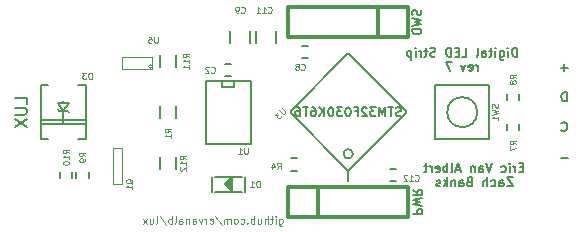
<source format=gbo>
G04 #@! TF.FileFunction,Legend,Bot*
%FSLAX46Y46*%
G04 Gerber Fmt 4.6, Leading zero omitted, Abs format (unit mm)*
G04 Created by KiCad (PCBNEW 4.0.2+dfsg1-stable) date Mon 23 May 2016 01:08:44 AM EDT*
%MOMM*%
G01*
G04 APERTURE LIST*
%ADD10C,0.150000*%
%ADD11C,0.127000*%
%ADD12C,0.200000*%
%ADD13C,0.130000*%
%ADD14C,0.076200*%
%ADD15C,0.078740*%
%ADD16C,0.304800*%
%ADD17C,0.203200*%
%ADD18C,0.119380*%
G04 APERTURE END LIST*
D10*
D11*
X113743619Y-116138476D02*
X113743619Y-115654667D01*
X112727619Y-115654667D01*
X112727619Y-116477143D02*
X113550095Y-116477143D01*
X113646857Y-116525524D01*
X113695238Y-116573905D01*
X113743619Y-116670667D01*
X113743619Y-116864190D01*
X113695238Y-116960952D01*
X113646857Y-117009333D01*
X113550095Y-117057714D01*
X112727619Y-117057714D01*
X112727619Y-117444762D02*
X113743619Y-118122095D01*
X112727619Y-118122095D02*
X113743619Y-117444762D01*
D12*
X140970000Y-121666000D02*
X140970000Y-122682000D01*
D13*
X155248428Y-112141314D02*
X155248428Y-111379314D01*
X155067000Y-111379314D01*
X154958143Y-111415600D01*
X154885571Y-111488171D01*
X154849286Y-111560743D01*
X154813000Y-111705886D01*
X154813000Y-111814743D01*
X154849286Y-111959886D01*
X154885571Y-112032457D01*
X154958143Y-112105029D01*
X155067000Y-112141314D01*
X155248428Y-112141314D01*
X154486428Y-112141314D02*
X154486428Y-111633314D01*
X154486428Y-111379314D02*
X154522714Y-111415600D01*
X154486428Y-111451886D01*
X154450143Y-111415600D01*
X154486428Y-111379314D01*
X154486428Y-111451886D01*
X153797000Y-111633314D02*
X153797000Y-112250171D01*
X153833286Y-112322743D01*
X153869571Y-112359029D01*
X153942143Y-112395314D01*
X154051000Y-112395314D01*
X154123571Y-112359029D01*
X153797000Y-112105029D02*
X153869571Y-112141314D01*
X154014714Y-112141314D01*
X154087286Y-112105029D01*
X154123571Y-112068743D01*
X154159857Y-111996171D01*
X154159857Y-111778457D01*
X154123571Y-111705886D01*
X154087286Y-111669600D01*
X154014714Y-111633314D01*
X153869571Y-111633314D01*
X153797000Y-111669600D01*
X153434142Y-112141314D02*
X153434142Y-111633314D01*
X153434142Y-111379314D02*
X153470428Y-111415600D01*
X153434142Y-111451886D01*
X153397857Y-111415600D01*
X153434142Y-111379314D01*
X153434142Y-111451886D01*
X153180143Y-111633314D02*
X152889857Y-111633314D01*
X153071285Y-111379314D02*
X153071285Y-112032457D01*
X153035000Y-112105029D01*
X152962428Y-112141314D01*
X152889857Y-112141314D01*
X152309285Y-112141314D02*
X152309285Y-111742171D01*
X152345571Y-111669600D01*
X152418142Y-111633314D01*
X152563285Y-111633314D01*
X152635856Y-111669600D01*
X152309285Y-112105029D02*
X152381856Y-112141314D01*
X152563285Y-112141314D01*
X152635856Y-112105029D01*
X152672142Y-112032457D01*
X152672142Y-111959886D01*
X152635856Y-111887314D01*
X152563285Y-111851029D01*
X152381856Y-111851029D01*
X152309285Y-111814743D01*
X151837570Y-112141314D02*
X151910142Y-112105029D01*
X151946427Y-112032457D01*
X151946427Y-111379314D01*
X150603856Y-112141314D02*
X150966713Y-112141314D01*
X150966713Y-111379314D01*
X150349856Y-111742171D02*
X150095856Y-111742171D01*
X149986999Y-112141314D02*
X150349856Y-112141314D01*
X150349856Y-111379314D01*
X149986999Y-111379314D01*
X149660427Y-112141314D02*
X149660427Y-111379314D01*
X149478999Y-111379314D01*
X149370142Y-111415600D01*
X149297570Y-111488171D01*
X149261285Y-111560743D01*
X149224999Y-111705886D01*
X149224999Y-111814743D01*
X149261285Y-111959886D01*
X149297570Y-112032457D01*
X149370142Y-112105029D01*
X149478999Y-112141314D01*
X149660427Y-112141314D01*
X148354142Y-112105029D02*
X148245285Y-112141314D01*
X148063856Y-112141314D01*
X147991285Y-112105029D01*
X147954999Y-112068743D01*
X147918714Y-111996171D01*
X147918714Y-111923600D01*
X147954999Y-111851029D01*
X147991285Y-111814743D01*
X148063856Y-111778457D01*
X148208999Y-111742171D01*
X148281571Y-111705886D01*
X148317856Y-111669600D01*
X148354142Y-111597029D01*
X148354142Y-111524457D01*
X148317856Y-111451886D01*
X148281571Y-111415600D01*
X148208999Y-111379314D01*
X148027571Y-111379314D01*
X147918714Y-111415600D01*
X147701000Y-111633314D02*
X147410714Y-111633314D01*
X147592142Y-111379314D02*
X147592142Y-112032457D01*
X147555857Y-112105029D01*
X147483285Y-112141314D01*
X147410714Y-112141314D01*
X147156713Y-112141314D02*
X147156713Y-111633314D01*
X147156713Y-111778457D02*
X147120428Y-111705886D01*
X147084142Y-111669600D01*
X147011571Y-111633314D01*
X146938999Y-111633314D01*
X146684999Y-112141314D02*
X146684999Y-111633314D01*
X146684999Y-111379314D02*
X146721285Y-111415600D01*
X146684999Y-111451886D01*
X146648714Y-111415600D01*
X146684999Y-111379314D01*
X146684999Y-111451886D01*
X146322142Y-111633314D02*
X146322142Y-112395314D01*
X146322142Y-111669600D02*
X146249571Y-111633314D01*
X146104428Y-111633314D01*
X146031857Y-111669600D01*
X145995571Y-111705886D01*
X145959285Y-111778457D01*
X145959285Y-111996171D01*
X145995571Y-112068743D01*
X146031857Y-112105029D01*
X146104428Y-112141314D01*
X146249571Y-112141314D01*
X146322142Y-112105029D01*
X151946427Y-113338114D02*
X151946427Y-112830114D01*
X151946427Y-112975257D02*
X151910142Y-112902686D01*
X151873856Y-112866400D01*
X151801285Y-112830114D01*
X151728713Y-112830114D01*
X151184428Y-113301829D02*
X151256999Y-113338114D01*
X151402142Y-113338114D01*
X151474713Y-113301829D01*
X151510999Y-113229257D01*
X151510999Y-112938971D01*
X151474713Y-112866400D01*
X151402142Y-112830114D01*
X151256999Y-112830114D01*
X151184428Y-112866400D01*
X151148142Y-112938971D01*
X151148142Y-113011543D01*
X151510999Y-113084114D01*
X150894142Y-112830114D02*
X150712713Y-113338114D01*
X150531285Y-112830114D01*
X149733000Y-112576114D02*
X149225000Y-112576114D01*
X149551571Y-113338114D01*
X155792714Y-121521171D02*
X155538714Y-121521171D01*
X155429857Y-121920314D02*
X155792714Y-121920314D01*
X155792714Y-121158314D01*
X155429857Y-121158314D01*
X155103285Y-121920314D02*
X155103285Y-121412314D01*
X155103285Y-121557457D02*
X155067000Y-121484886D01*
X155030714Y-121448600D01*
X154958143Y-121412314D01*
X154885571Y-121412314D01*
X154631571Y-121920314D02*
X154631571Y-121412314D01*
X154631571Y-121158314D02*
X154667857Y-121194600D01*
X154631571Y-121230886D01*
X154595286Y-121194600D01*
X154631571Y-121158314D01*
X154631571Y-121230886D01*
X153942143Y-121884029D02*
X154014714Y-121920314D01*
X154159857Y-121920314D01*
X154232429Y-121884029D01*
X154268714Y-121847743D01*
X154305000Y-121775171D01*
X154305000Y-121557457D01*
X154268714Y-121484886D01*
X154232429Y-121448600D01*
X154159857Y-121412314D01*
X154014714Y-121412314D01*
X153942143Y-121448600D01*
X153143858Y-121158314D02*
X152889858Y-121920314D01*
X152635858Y-121158314D01*
X152055286Y-121920314D02*
X152055286Y-121521171D01*
X152091572Y-121448600D01*
X152164143Y-121412314D01*
X152309286Y-121412314D01*
X152381857Y-121448600D01*
X152055286Y-121884029D02*
X152127857Y-121920314D01*
X152309286Y-121920314D01*
X152381857Y-121884029D01*
X152418143Y-121811457D01*
X152418143Y-121738886D01*
X152381857Y-121666314D01*
X152309286Y-121630029D01*
X152127857Y-121630029D01*
X152055286Y-121593743D01*
X151692428Y-121412314D02*
X151692428Y-121920314D01*
X151692428Y-121484886D02*
X151656143Y-121448600D01*
X151583571Y-121412314D01*
X151474714Y-121412314D01*
X151402143Y-121448600D01*
X151365857Y-121521171D01*
X151365857Y-121920314D01*
X150458714Y-121702600D02*
X150095857Y-121702600D01*
X150531286Y-121920314D02*
X150277286Y-121158314D01*
X150023286Y-121920314D01*
X149660428Y-121920314D02*
X149733000Y-121884029D01*
X149769285Y-121811457D01*
X149769285Y-121158314D01*
X149370142Y-121920314D02*
X149370142Y-121158314D01*
X149370142Y-121448600D02*
X149297571Y-121412314D01*
X149152428Y-121412314D01*
X149079857Y-121448600D01*
X149043571Y-121484886D01*
X149007285Y-121557457D01*
X149007285Y-121775171D01*
X149043571Y-121847743D01*
X149079857Y-121884029D01*
X149152428Y-121920314D01*
X149297571Y-121920314D01*
X149370142Y-121884029D01*
X148390428Y-121884029D02*
X148462999Y-121920314D01*
X148608142Y-121920314D01*
X148680713Y-121884029D01*
X148716999Y-121811457D01*
X148716999Y-121521171D01*
X148680713Y-121448600D01*
X148608142Y-121412314D01*
X148462999Y-121412314D01*
X148390428Y-121448600D01*
X148354142Y-121521171D01*
X148354142Y-121593743D01*
X148716999Y-121666314D01*
X148027570Y-121920314D02*
X148027570Y-121412314D01*
X148027570Y-121557457D02*
X147991285Y-121484886D01*
X147954999Y-121448600D01*
X147882428Y-121412314D01*
X147809856Y-121412314D01*
X147664714Y-121412314D02*
X147374428Y-121412314D01*
X147555856Y-121158314D02*
X147555856Y-121811457D01*
X147519571Y-121884029D01*
X147446999Y-121920314D01*
X147374428Y-121920314D01*
X154885572Y-122355114D02*
X154377572Y-122355114D01*
X154885572Y-123117114D01*
X154377572Y-123117114D01*
X153760715Y-123117114D02*
X153760715Y-122717971D01*
X153797001Y-122645400D01*
X153869572Y-122609114D01*
X154014715Y-122609114D01*
X154087286Y-122645400D01*
X153760715Y-123080829D02*
X153833286Y-123117114D01*
X154014715Y-123117114D01*
X154087286Y-123080829D01*
X154123572Y-123008257D01*
X154123572Y-122935686D01*
X154087286Y-122863114D01*
X154014715Y-122826829D01*
X153833286Y-122826829D01*
X153760715Y-122790543D01*
X153071286Y-123080829D02*
X153143857Y-123117114D01*
X153289000Y-123117114D01*
X153361572Y-123080829D01*
X153397857Y-123044543D01*
X153434143Y-122971971D01*
X153434143Y-122754257D01*
X153397857Y-122681686D01*
X153361572Y-122645400D01*
X153289000Y-122609114D01*
X153143857Y-122609114D01*
X153071286Y-122645400D01*
X152744714Y-123117114D02*
X152744714Y-122355114D01*
X152418143Y-123117114D02*
X152418143Y-122717971D01*
X152454429Y-122645400D01*
X152527000Y-122609114D01*
X152635857Y-122609114D01*
X152708429Y-122645400D01*
X152744714Y-122681686D01*
X151220714Y-122717971D02*
X151111857Y-122754257D01*
X151075572Y-122790543D01*
X151039286Y-122863114D01*
X151039286Y-122971971D01*
X151075572Y-123044543D01*
X151111857Y-123080829D01*
X151184429Y-123117114D01*
X151474714Y-123117114D01*
X151474714Y-122355114D01*
X151220714Y-122355114D01*
X151148143Y-122391400D01*
X151111857Y-122427686D01*
X151075572Y-122500257D01*
X151075572Y-122572829D01*
X151111857Y-122645400D01*
X151148143Y-122681686D01*
X151220714Y-122717971D01*
X151474714Y-122717971D01*
X150386143Y-123117114D02*
X150386143Y-122717971D01*
X150422429Y-122645400D01*
X150495000Y-122609114D01*
X150640143Y-122609114D01*
X150712714Y-122645400D01*
X150386143Y-123080829D02*
X150458714Y-123117114D01*
X150640143Y-123117114D01*
X150712714Y-123080829D01*
X150749000Y-123008257D01*
X150749000Y-122935686D01*
X150712714Y-122863114D01*
X150640143Y-122826829D01*
X150458714Y-122826829D01*
X150386143Y-122790543D01*
X150023285Y-122609114D02*
X150023285Y-123117114D01*
X150023285Y-122681686D02*
X149987000Y-122645400D01*
X149914428Y-122609114D01*
X149805571Y-122609114D01*
X149733000Y-122645400D01*
X149696714Y-122717971D01*
X149696714Y-123117114D01*
X149333856Y-123117114D02*
X149333856Y-122355114D01*
X149261285Y-122826829D02*
X149043571Y-123117114D01*
X149043571Y-122609114D02*
X149333856Y-122899400D01*
X148753285Y-123080829D02*
X148680714Y-123117114D01*
X148535571Y-123117114D01*
X148462999Y-123080829D01*
X148426714Y-123008257D01*
X148426714Y-122971971D01*
X148462999Y-122899400D01*
X148535571Y-122863114D01*
X148644428Y-122863114D01*
X148716999Y-122826829D01*
X148753285Y-122754257D01*
X148753285Y-122717971D01*
X148716999Y-122645400D01*
X148644428Y-122609114D01*
X148535571Y-122609114D01*
X148462999Y-122645400D01*
D14*
X135134049Y-125847929D02*
X135134049Y-126361976D01*
X135164287Y-126422452D01*
X135194525Y-126452690D01*
X135255001Y-126482929D01*
X135345715Y-126482929D01*
X135406192Y-126452690D01*
X135134049Y-126241024D02*
X135194525Y-126271262D01*
X135315477Y-126271262D01*
X135375953Y-126241024D01*
X135406192Y-126210786D01*
X135436430Y-126150310D01*
X135436430Y-125968881D01*
X135406192Y-125908405D01*
X135375953Y-125878167D01*
X135315477Y-125847929D01*
X135194525Y-125847929D01*
X135134049Y-125878167D01*
X134831668Y-126271262D02*
X134831668Y-125847929D01*
X134831668Y-125636262D02*
X134861906Y-125666500D01*
X134831668Y-125696738D01*
X134801429Y-125666500D01*
X134831668Y-125636262D01*
X134831668Y-125696738D01*
X134620001Y-125847929D02*
X134378096Y-125847929D01*
X134529287Y-125636262D02*
X134529287Y-126180548D01*
X134499048Y-126241024D01*
X134438572Y-126271262D01*
X134378096Y-126271262D01*
X134166430Y-126271262D02*
X134166430Y-125636262D01*
X133894287Y-126271262D02*
X133894287Y-125938643D01*
X133924525Y-125878167D01*
X133985001Y-125847929D01*
X134075715Y-125847929D01*
X134136191Y-125878167D01*
X134166430Y-125908405D01*
X133319763Y-125847929D02*
X133319763Y-126271262D01*
X133591906Y-125847929D02*
X133591906Y-126180548D01*
X133561667Y-126241024D01*
X133501191Y-126271262D01*
X133410477Y-126271262D01*
X133350001Y-126241024D01*
X133319763Y-126210786D01*
X133017382Y-126271262D02*
X133017382Y-125636262D01*
X133017382Y-125878167D02*
X132956905Y-125847929D01*
X132835953Y-125847929D01*
X132775477Y-125878167D01*
X132745239Y-125908405D01*
X132715001Y-125968881D01*
X132715001Y-126150310D01*
X132745239Y-126210786D01*
X132775477Y-126241024D01*
X132835953Y-126271262D01*
X132956905Y-126271262D01*
X133017382Y-126241024D01*
X132442858Y-126210786D02*
X132412619Y-126241024D01*
X132442858Y-126271262D01*
X132473096Y-126241024D01*
X132442858Y-126210786D01*
X132442858Y-126271262D01*
X131868334Y-126241024D02*
X131928810Y-126271262D01*
X132049762Y-126271262D01*
X132110238Y-126241024D01*
X132140477Y-126210786D01*
X132170715Y-126150310D01*
X132170715Y-125968881D01*
X132140477Y-125908405D01*
X132110238Y-125878167D01*
X132049762Y-125847929D01*
X131928810Y-125847929D01*
X131868334Y-125878167D01*
X131505476Y-126271262D02*
X131565952Y-126241024D01*
X131596191Y-126210786D01*
X131626429Y-126150310D01*
X131626429Y-125968881D01*
X131596191Y-125908405D01*
X131565952Y-125878167D01*
X131505476Y-125847929D01*
X131414762Y-125847929D01*
X131354286Y-125878167D01*
X131324048Y-125908405D01*
X131293810Y-125968881D01*
X131293810Y-126150310D01*
X131324048Y-126210786D01*
X131354286Y-126241024D01*
X131414762Y-126271262D01*
X131505476Y-126271262D01*
X131021667Y-126271262D02*
X131021667Y-125847929D01*
X131021667Y-125908405D02*
X130991428Y-125878167D01*
X130930952Y-125847929D01*
X130840238Y-125847929D01*
X130779762Y-125878167D01*
X130749524Y-125938643D01*
X130749524Y-126271262D01*
X130749524Y-125938643D02*
X130719286Y-125878167D01*
X130658809Y-125847929D01*
X130568095Y-125847929D01*
X130507619Y-125878167D01*
X130477381Y-125938643D01*
X130477381Y-126271262D01*
X129721428Y-125606024D02*
X130265714Y-126422452D01*
X129267857Y-126241024D02*
X129328333Y-126271262D01*
X129449285Y-126271262D01*
X129509762Y-126241024D01*
X129540000Y-126180548D01*
X129540000Y-125938643D01*
X129509762Y-125878167D01*
X129449285Y-125847929D01*
X129328333Y-125847929D01*
X129267857Y-125878167D01*
X129237619Y-125938643D01*
X129237619Y-125999119D01*
X129540000Y-126059595D01*
X128965476Y-126271262D02*
X128965476Y-125847929D01*
X128965476Y-125968881D02*
X128935237Y-125908405D01*
X128904999Y-125878167D01*
X128844523Y-125847929D01*
X128784047Y-125847929D01*
X128632857Y-125847929D02*
X128481666Y-126271262D01*
X128330476Y-125847929D01*
X127816428Y-126271262D02*
X127816428Y-125938643D01*
X127846666Y-125878167D01*
X127907142Y-125847929D01*
X128028094Y-125847929D01*
X128088571Y-125878167D01*
X127816428Y-126241024D02*
X127876904Y-126271262D01*
X128028094Y-126271262D01*
X128088571Y-126241024D01*
X128118809Y-126180548D01*
X128118809Y-126120071D01*
X128088571Y-126059595D01*
X128028094Y-126029357D01*
X127876904Y-126029357D01*
X127816428Y-125999119D01*
X127514047Y-125847929D02*
X127514047Y-126271262D01*
X127514047Y-125908405D02*
X127483808Y-125878167D01*
X127423332Y-125847929D01*
X127332618Y-125847929D01*
X127272142Y-125878167D01*
X127241904Y-125938643D01*
X127241904Y-126271262D01*
X126667380Y-126271262D02*
X126667380Y-125938643D01*
X126697618Y-125878167D01*
X126758094Y-125847929D01*
X126879046Y-125847929D01*
X126939523Y-125878167D01*
X126667380Y-126241024D02*
X126727856Y-126271262D01*
X126879046Y-126271262D01*
X126939523Y-126241024D01*
X126969761Y-126180548D01*
X126969761Y-126120071D01*
X126939523Y-126059595D01*
X126879046Y-126029357D01*
X126727856Y-126029357D01*
X126667380Y-125999119D01*
X126274284Y-126271262D02*
X126334760Y-126241024D01*
X126364999Y-126180548D01*
X126364999Y-125636262D01*
X126032380Y-126271262D02*
X126032380Y-125636262D01*
X126032380Y-125878167D02*
X125971903Y-125847929D01*
X125850951Y-125847929D01*
X125790475Y-125878167D01*
X125760237Y-125908405D01*
X125729999Y-125968881D01*
X125729999Y-126150310D01*
X125760237Y-126210786D01*
X125790475Y-126241024D01*
X125850951Y-126271262D01*
X125971903Y-126271262D01*
X126032380Y-126241024D01*
X125004284Y-125606024D02*
X125548570Y-126422452D01*
X124701903Y-126271262D02*
X124762379Y-126241024D01*
X124792618Y-126180548D01*
X124792618Y-125636262D01*
X124187856Y-125847929D02*
X124187856Y-126271262D01*
X124459999Y-125847929D02*
X124459999Y-126180548D01*
X124429760Y-126241024D01*
X124369284Y-126271262D01*
X124278570Y-126271262D01*
X124218094Y-126241024D01*
X124187856Y-126210786D01*
X123945951Y-126271262D02*
X123613332Y-125847929D01*
X123945951Y-125847929D02*
X123613332Y-126271262D01*
D13*
X159548285Y-120704429D02*
X158967714Y-120704429D01*
X159022143Y-118382143D02*
X159058429Y-118418429D01*
X159167286Y-118454714D01*
X159239857Y-118454714D01*
X159348714Y-118418429D01*
X159421286Y-118345857D01*
X159457571Y-118273286D01*
X159493857Y-118128143D01*
X159493857Y-118019286D01*
X159457571Y-117874143D01*
X159421286Y-117801571D01*
X159348714Y-117729000D01*
X159239857Y-117692714D01*
X159167286Y-117692714D01*
X159058429Y-117729000D01*
X159022143Y-117765286D01*
X159457571Y-115914714D02*
X159457571Y-115152714D01*
X159276143Y-115152714D01*
X159167286Y-115189000D01*
X159094714Y-115261571D01*
X159058429Y-115334143D01*
X159022143Y-115479286D01*
X159022143Y-115588143D01*
X159058429Y-115733286D01*
X159094714Y-115805857D01*
X159167286Y-115878429D01*
X159276143Y-115914714D01*
X159457571Y-115914714D01*
X159548285Y-113084429D02*
X158967714Y-113084429D01*
X159258000Y-113374714D02*
X159258000Y-112794143D01*
X146467286Y-125475999D02*
X147229286Y-125475999D01*
X147229286Y-125185714D01*
X147193000Y-125113142D01*
X147156714Y-125076857D01*
X147084143Y-125040571D01*
X146975286Y-125040571D01*
X146902714Y-125076857D01*
X146866429Y-125113142D01*
X146830143Y-125185714D01*
X146830143Y-125475999D01*
X147229286Y-124786571D02*
X146467286Y-124605142D01*
X147011571Y-124459999D01*
X146467286Y-124314857D01*
X147229286Y-124133428D01*
X146467286Y-123407714D02*
X146830143Y-123661714D01*
X146467286Y-123843142D02*
X147229286Y-123843142D01*
X147229286Y-123552857D01*
X147193000Y-123480285D01*
X147156714Y-123444000D01*
X147084143Y-123407714D01*
X146975286Y-123407714D01*
X146902714Y-123444000D01*
X146866429Y-123480285D01*
X146830143Y-123552857D01*
X146830143Y-123843142D01*
X147120429Y-108185858D02*
X147156714Y-108294715D01*
X147156714Y-108476144D01*
X147120429Y-108548715D01*
X147084143Y-108585001D01*
X147011571Y-108621286D01*
X146939000Y-108621286D01*
X146866429Y-108585001D01*
X146830143Y-108548715D01*
X146793857Y-108476144D01*
X146757571Y-108331001D01*
X146721286Y-108258429D01*
X146685000Y-108222144D01*
X146612429Y-108185858D01*
X146539857Y-108185858D01*
X146467286Y-108222144D01*
X146431000Y-108258429D01*
X146394714Y-108331001D01*
X146394714Y-108512429D01*
X146431000Y-108621286D01*
X146394714Y-108875286D02*
X147156714Y-109056715D01*
X146612429Y-109201858D01*
X147156714Y-109347000D01*
X146394714Y-109528429D01*
X147156714Y-109818715D02*
X146394714Y-109818715D01*
X146394714Y-110000143D01*
X146431000Y-110109000D01*
X146503571Y-110181572D01*
X146576143Y-110217857D01*
X146721286Y-110254143D01*
X146830143Y-110254143D01*
X146975286Y-110217857D01*
X147047857Y-110181572D01*
X147120429Y-110109000D01*
X147156714Y-110000143D01*
X147156714Y-109818715D01*
X145451284Y-117148429D02*
X145342427Y-117184714D01*
X145160998Y-117184714D01*
X145088427Y-117148429D01*
X145052141Y-117112143D01*
X145015856Y-117039571D01*
X145015856Y-116967000D01*
X145052141Y-116894429D01*
X145088427Y-116858143D01*
X145160998Y-116821857D01*
X145306141Y-116785571D01*
X145378713Y-116749286D01*
X145414998Y-116713000D01*
X145451284Y-116640429D01*
X145451284Y-116567857D01*
X145414998Y-116495286D01*
X145378713Y-116459000D01*
X145306141Y-116422714D01*
X145124713Y-116422714D01*
X145015856Y-116459000D01*
X144798142Y-116422714D02*
X144362713Y-116422714D01*
X144580427Y-117184714D02*
X144580427Y-116422714D01*
X144108713Y-117184714D02*
X144108713Y-116422714D01*
X143854713Y-116967000D01*
X143600713Y-116422714D01*
X143600713Y-117184714D01*
X143310428Y-116422714D02*
X142838714Y-116422714D01*
X143092714Y-116713000D01*
X142983856Y-116713000D01*
X142911285Y-116749286D01*
X142874999Y-116785571D01*
X142838714Y-116858143D01*
X142838714Y-117039571D01*
X142874999Y-117112143D01*
X142911285Y-117148429D01*
X142983856Y-117184714D01*
X143201571Y-117184714D01*
X143274142Y-117148429D01*
X143310428Y-117112143D01*
X142548428Y-116495286D02*
X142512142Y-116459000D01*
X142439571Y-116422714D01*
X142258142Y-116422714D01*
X142185571Y-116459000D01*
X142149285Y-116495286D01*
X142113000Y-116567857D01*
X142113000Y-116640429D01*
X142149285Y-116749286D01*
X142584714Y-117184714D01*
X142113000Y-117184714D01*
X141532428Y-116785571D02*
X141786428Y-116785571D01*
X141786428Y-117184714D02*
X141786428Y-116422714D01*
X141423571Y-116422714D01*
X140988143Y-116422714D02*
X140915571Y-116422714D01*
X140843000Y-116459000D01*
X140806714Y-116495286D01*
X140770428Y-116567857D01*
X140734143Y-116713000D01*
X140734143Y-116894429D01*
X140770428Y-117039571D01*
X140806714Y-117112143D01*
X140843000Y-117148429D01*
X140915571Y-117184714D01*
X140988143Y-117184714D01*
X141060714Y-117148429D01*
X141097000Y-117112143D01*
X141133285Y-117039571D01*
X141169571Y-116894429D01*
X141169571Y-116713000D01*
X141133285Y-116567857D01*
X141097000Y-116495286D01*
X141060714Y-116459000D01*
X140988143Y-116422714D01*
X140480143Y-116422714D02*
X140008429Y-116422714D01*
X140262429Y-116713000D01*
X140153571Y-116713000D01*
X140081000Y-116749286D01*
X140044714Y-116785571D01*
X140008429Y-116858143D01*
X140008429Y-117039571D01*
X140044714Y-117112143D01*
X140081000Y-117148429D01*
X140153571Y-117184714D01*
X140371286Y-117184714D01*
X140443857Y-117148429D01*
X140480143Y-117112143D01*
X139536715Y-116422714D02*
X139464143Y-116422714D01*
X139391572Y-116459000D01*
X139355286Y-116495286D01*
X139319000Y-116567857D01*
X139282715Y-116713000D01*
X139282715Y-116894429D01*
X139319000Y-117039571D01*
X139355286Y-117112143D01*
X139391572Y-117148429D01*
X139464143Y-117184714D01*
X139536715Y-117184714D01*
X139609286Y-117148429D01*
X139645572Y-117112143D01*
X139681857Y-117039571D01*
X139718143Y-116894429D01*
X139718143Y-116713000D01*
X139681857Y-116567857D01*
X139645572Y-116495286D01*
X139609286Y-116459000D01*
X139536715Y-116422714D01*
X138956143Y-117184714D02*
X138956143Y-116422714D01*
X138520715Y-117184714D02*
X138847286Y-116749286D01*
X138520715Y-116422714D02*
X138956143Y-116858143D01*
X137867572Y-116422714D02*
X138012715Y-116422714D01*
X138085286Y-116459000D01*
X138121572Y-116495286D01*
X138194143Y-116604143D01*
X138230429Y-116749286D01*
X138230429Y-117039571D01*
X138194143Y-117112143D01*
X138157858Y-117148429D01*
X138085286Y-117184714D01*
X137940143Y-117184714D01*
X137867572Y-117148429D01*
X137831286Y-117112143D01*
X137795001Y-117039571D01*
X137795001Y-116858143D01*
X137831286Y-116785571D01*
X137867572Y-116749286D01*
X137940143Y-116713000D01*
X138085286Y-116713000D01*
X138157858Y-116749286D01*
X138194143Y-116785571D01*
X138230429Y-116858143D01*
X137577287Y-116422714D02*
X137141858Y-116422714D01*
X137359572Y-117184714D02*
X137359572Y-116422714D01*
X136561287Y-116422714D02*
X136706430Y-116422714D01*
X136779001Y-116459000D01*
X136815287Y-116495286D01*
X136887858Y-116604143D01*
X136924144Y-116749286D01*
X136924144Y-117039571D01*
X136887858Y-117112143D01*
X136851573Y-117148429D01*
X136779001Y-117184714D01*
X136633858Y-117184714D01*
X136561287Y-117148429D01*
X136525001Y-117112143D01*
X136488716Y-117039571D01*
X136488716Y-116858143D01*
X136525001Y-116785571D01*
X136561287Y-116749286D01*
X136633858Y-116713000D01*
X136779001Y-116713000D01*
X136851573Y-116749286D01*
X136887858Y-116785571D01*
X136924144Y-116858143D01*
D10*
X148336000Y-119126000D02*
X152908000Y-119126000D01*
X152908000Y-119126000D02*
X152908000Y-114554000D01*
X152908000Y-114554000D02*
X148336000Y-114554000D01*
X148336000Y-114554000D02*
X148336000Y-119126000D01*
X151892000Y-116840000D02*
G75*
G03X151892000Y-116840000I-1270000J0D01*
G01*
D15*
X124398090Y-112999520D02*
G75*
G03X124398090Y-112999520I-159070J0D01*
G01*
X121793000Y-112141000D02*
X121793000Y-113157000D01*
X124396500Y-112141000D02*
X124396500Y-113157000D01*
X121793000Y-113157000D02*
X124396500Y-113157000D01*
X124396500Y-112141000D02*
X121793000Y-112141000D01*
D10*
X130710000Y-122736000D02*
X130710000Y-123036000D01*
X130710000Y-123036000D02*
X130810000Y-122736000D01*
X130810000Y-122736000D02*
X130810000Y-123136000D01*
X131010000Y-122536000D02*
X131010000Y-123336000D01*
X130910000Y-122536000D02*
X130910000Y-123236000D01*
X131110000Y-122336000D02*
X131110000Y-123536000D01*
X131110000Y-123536000D02*
X130510000Y-122936000D01*
X130510000Y-122936000D02*
X131110000Y-122336000D01*
D11*
X131953000Y-122301000D02*
X129667000Y-122301000D01*
X129417000Y-122301000D02*
X129417000Y-123571000D01*
X129667000Y-123571000D02*
X131953000Y-123571000D01*
X132203000Y-123571000D02*
X132203000Y-122301000D01*
D16*
X146050000Y-107950000D02*
X146050000Y-107950000D01*
X146050000Y-110490000D02*
X146050000Y-107950000D01*
X146050000Y-107950000D02*
X146050000Y-107950000D01*
X146050000Y-107950000D02*
X135890000Y-107950000D01*
X135890000Y-107950000D02*
X135890000Y-110490000D01*
X135890000Y-110490000D02*
X146050000Y-110490000D01*
X143510000Y-110490000D02*
X143510000Y-107950000D01*
D11*
X132588000Y-114173000D02*
X132715000Y-114173000D01*
X132715000Y-114173000D02*
X132715000Y-119507000D01*
X128905000Y-119507000D02*
X128905000Y-114173000D01*
X128905000Y-114173000D02*
X132588000Y-114173000D01*
X130302000Y-114173000D02*
X130302000Y-114681000D01*
X130302000Y-114681000D02*
X131318000Y-114681000D01*
X131318000Y-114681000D02*
X131318000Y-114173000D01*
X128905000Y-119507000D02*
X132715000Y-119507000D01*
D16*
X135890000Y-125730000D02*
X135890000Y-125730000D01*
X135890000Y-123190000D02*
X135890000Y-125730000D01*
X135890000Y-125730000D02*
X135890000Y-125730000D01*
X135890000Y-125730000D02*
X146050000Y-125730000D01*
X146050000Y-125730000D02*
X146050000Y-123190000D01*
X146050000Y-123190000D02*
X135890000Y-123190000D01*
X138430000Y-123190000D02*
X138430000Y-125730000D01*
D17*
X136090129Y-116769954D02*
X136090129Y-116910046D01*
X141368780Y-120374629D02*
G75*
G03X141368780Y-120374629I-398780J0D01*
G01*
X136090129Y-116910046D02*
X140899954Y-121719871D01*
X140899954Y-121719871D02*
X141040046Y-121719871D01*
X141040046Y-121719871D02*
X145849871Y-116910046D01*
X145849871Y-116910046D02*
X145849871Y-116769954D01*
X145849871Y-116769954D02*
X141040046Y-111960129D01*
X141040046Y-111960129D02*
X140899954Y-111960129D01*
X140899954Y-111960129D02*
X136090129Y-116769954D01*
D11*
X116840000Y-116078000D02*
X116840000Y-115874800D01*
X114935000Y-114554000D02*
X114935000Y-119126000D01*
X114935000Y-119126000D02*
X115570000Y-119126000D01*
X118745000Y-117500400D02*
X114935000Y-117500400D01*
X118745000Y-117830600D02*
X114935000Y-117830600D01*
X118110000Y-114554000D02*
X118745000Y-114554000D01*
X118745000Y-114554000D02*
X118745000Y-119126000D01*
X118745000Y-119126000D02*
X118110000Y-119126000D01*
X115570000Y-114554000D02*
X114935000Y-114554000D01*
X116840000Y-116713000D02*
X116365020Y-116078000D01*
X116365020Y-116078000D02*
X116840000Y-116078000D01*
X116840000Y-116078000D02*
X117314980Y-116078000D01*
X117314980Y-116078000D02*
X116840000Y-116713000D01*
X116840000Y-116713000D02*
X116522500Y-116713000D01*
X116522500Y-116713000D02*
X116365020Y-116555520D01*
X116840000Y-116713000D02*
X117157500Y-116713000D01*
X117157500Y-116713000D02*
X117314980Y-116870480D01*
X116840000Y-116713000D02*
X116840000Y-117822980D01*
D18*
X121031000Y-119888000D02*
X121031000Y-122936000D01*
X121031000Y-122936000D02*
X121793000Y-122936000D01*
X121793000Y-122936000D02*
X121793000Y-119888000D01*
X121793000Y-119888000D02*
X121031000Y-119888000D01*
D10*
X131060000Y-113809000D02*
X130560000Y-113809000D01*
X130560000Y-112759000D02*
X131060000Y-112759000D01*
X137537000Y-112285000D02*
X137037000Y-112285000D01*
X137037000Y-111235000D02*
X137537000Y-111235000D01*
X136648000Y-121810000D02*
X136148000Y-121810000D01*
X136148000Y-120760000D02*
X136648000Y-120760000D01*
X155465000Y-117860000D02*
X155465000Y-118360000D01*
X154415000Y-118360000D02*
X154415000Y-117860000D01*
X154415000Y-115820000D02*
X154415000Y-115320000D01*
X155465000Y-115320000D02*
X155465000Y-115820000D01*
X117966000Y-122424000D02*
X117966000Y-121924000D01*
X119016000Y-121924000D02*
X119016000Y-122424000D01*
X116569000Y-122424000D02*
X116569000Y-121924000D01*
X117619000Y-121924000D02*
X117619000Y-122424000D01*
X144530000Y-121649000D02*
X145030000Y-121649000D01*
X145030000Y-122699000D02*
X144530000Y-122699000D01*
X126405000Y-113022000D02*
X126405000Y-112022000D01*
X125055000Y-112022000D02*
X125055000Y-113022000D01*
X126405000Y-117340000D02*
X126405000Y-116340000D01*
X125055000Y-116340000D02*
X125055000Y-117340000D01*
X126405000Y-121658000D02*
X126405000Y-120658000D01*
X125055000Y-120658000D02*
X125055000Y-121658000D01*
X133135000Y-110990000D02*
X133135000Y-109990000D01*
X134835000Y-109990000D02*
X134835000Y-110990000D01*
X130976000Y-110990000D02*
X130976000Y-109990000D01*
X132676000Y-109990000D02*
X132676000Y-110990000D01*
D14*
X153621619Y-116162667D02*
X153645810Y-116235238D01*
X153645810Y-116356191D01*
X153621619Y-116404572D01*
X153597429Y-116428762D01*
X153549048Y-116452953D01*
X153500667Y-116452953D01*
X153452286Y-116428762D01*
X153428095Y-116404572D01*
X153403905Y-116356191D01*
X153379714Y-116259429D01*
X153355524Y-116211048D01*
X153331333Y-116186857D01*
X153282952Y-116162667D01*
X153234571Y-116162667D01*
X153186190Y-116186857D01*
X153162000Y-116211048D01*
X153137810Y-116259429D01*
X153137810Y-116380381D01*
X153162000Y-116452953D01*
X153137810Y-116622286D02*
X153645810Y-116743239D01*
X153282952Y-116840001D01*
X153645810Y-116936763D01*
X153137810Y-117057715D01*
X153645810Y-117517334D02*
X153645810Y-117227048D01*
X153645810Y-117372191D02*
X153137810Y-117372191D01*
X153210381Y-117323810D01*
X153258762Y-117275429D01*
X153282952Y-117227048D01*
X124847048Y-110465810D02*
X124847048Y-110877048D01*
X124822857Y-110925429D01*
X124798667Y-110949619D01*
X124750286Y-110973810D01*
X124653524Y-110973810D01*
X124605143Y-110949619D01*
X124580952Y-110925429D01*
X124556762Y-110877048D01*
X124556762Y-110465810D01*
X124072953Y-110465810D02*
X124314858Y-110465810D01*
X124339048Y-110707714D01*
X124314858Y-110683524D01*
X124266477Y-110659333D01*
X124145524Y-110659333D01*
X124097143Y-110683524D01*
X124072953Y-110707714D01*
X124048762Y-110756095D01*
X124048762Y-110877048D01*
X124072953Y-110925429D01*
X124097143Y-110949619D01*
X124145524Y-110973810D01*
X124266477Y-110973810D01*
X124314858Y-110949619D01*
X124339048Y-110925429D01*
X133470953Y-123165810D02*
X133470953Y-122657810D01*
X133350000Y-122657810D01*
X133277429Y-122682000D01*
X133229048Y-122730381D01*
X133204857Y-122778762D01*
X133180667Y-122875524D01*
X133180667Y-122948095D01*
X133204857Y-123044857D01*
X133229048Y-123093238D01*
X133277429Y-123141619D01*
X133350000Y-123165810D01*
X133470953Y-123165810D01*
X132696857Y-123165810D02*
X132987143Y-123165810D01*
X132842000Y-123165810D02*
X132842000Y-122657810D01*
X132890381Y-122730381D01*
X132938762Y-122778762D01*
X132987143Y-122802952D01*
X132467048Y-119863810D02*
X132467048Y-120275048D01*
X132442857Y-120323429D01*
X132418667Y-120347619D01*
X132370286Y-120371810D01*
X132273524Y-120371810D01*
X132225143Y-120347619D01*
X132200952Y-120323429D01*
X132176762Y-120275048D01*
X132176762Y-119863810D01*
X131668762Y-120371810D02*
X131959048Y-120371810D01*
X131813905Y-120371810D02*
X131813905Y-119863810D01*
X131862286Y-119936381D01*
X131910667Y-119984762D01*
X131959048Y-120008952D01*
X135331974Y-116496606D02*
X135622763Y-116787395D01*
X135639868Y-116838711D01*
X135639868Y-116872921D01*
X135622763Y-116924237D01*
X135554342Y-116992658D01*
X135503026Y-117009763D01*
X135468816Y-117009764D01*
X135417500Y-116992658D01*
X135126711Y-116701869D01*
X134989870Y-116838710D02*
X134767501Y-117061079D01*
X135024079Y-117078183D01*
X134972763Y-117129500D01*
X134955658Y-117180816D01*
X134955658Y-117215025D01*
X134972763Y-117266342D01*
X135058290Y-117351868D01*
X135109606Y-117368973D01*
X135143816Y-117368973D01*
X135195132Y-117351868D01*
X135297764Y-117249237D01*
X135314869Y-117197921D01*
X135314869Y-117163710D01*
X119246953Y-114021810D02*
X119246953Y-113513810D01*
X119126000Y-113513810D01*
X119053429Y-113538000D01*
X119005048Y-113586381D01*
X118980857Y-113634762D01*
X118956667Y-113731524D01*
X118956667Y-113804095D01*
X118980857Y-113900857D01*
X119005048Y-113949238D01*
X119053429Y-113997619D01*
X119126000Y-114021810D01*
X119246953Y-114021810D01*
X118787334Y-113513810D02*
X118472857Y-113513810D01*
X118642191Y-113707333D01*
X118569619Y-113707333D01*
X118521238Y-113731524D01*
X118497048Y-113755714D01*
X118472857Y-113804095D01*
X118472857Y-113925048D01*
X118497048Y-113973429D01*
X118521238Y-113997619D01*
X118569619Y-114021810D01*
X118714762Y-114021810D01*
X118763143Y-113997619D01*
X118787334Y-113973429D01*
X122706190Y-122887619D02*
X122682000Y-122839238D01*
X122633619Y-122790857D01*
X122561048Y-122718286D01*
X122536857Y-122669905D01*
X122536857Y-122621524D01*
X122657810Y-122645714D02*
X122633619Y-122597333D01*
X122585238Y-122548952D01*
X122488476Y-122524762D01*
X122319143Y-122524762D01*
X122222381Y-122548952D01*
X122174000Y-122597333D01*
X122149810Y-122645714D01*
X122149810Y-122742476D01*
X122174000Y-122790857D01*
X122222381Y-122839238D01*
X122319143Y-122863429D01*
X122488476Y-122863429D01*
X122585238Y-122839238D01*
X122633619Y-122790857D01*
X122657810Y-122742476D01*
X122657810Y-122645714D01*
X122657810Y-123347238D02*
X122657810Y-123056952D01*
X122657810Y-123202095D02*
X122149810Y-123202095D01*
X122222381Y-123153714D01*
X122270762Y-123105333D01*
X122294952Y-123056952D01*
X129370667Y-113465429D02*
X129394857Y-113489619D01*
X129467429Y-113513810D01*
X129515810Y-113513810D01*
X129588381Y-113489619D01*
X129636762Y-113441238D01*
X129660953Y-113392857D01*
X129685143Y-113296095D01*
X129685143Y-113223524D01*
X129660953Y-113126762D01*
X129636762Y-113078381D01*
X129588381Y-113030000D01*
X129515810Y-113005810D01*
X129467429Y-113005810D01*
X129394857Y-113030000D01*
X129370667Y-113054190D01*
X129177143Y-113054190D02*
X129152953Y-113030000D01*
X129104572Y-113005810D01*
X128983619Y-113005810D01*
X128935238Y-113030000D01*
X128911048Y-113054190D01*
X128886857Y-113102571D01*
X128886857Y-113150952D01*
X128911048Y-113223524D01*
X129201334Y-113513810D01*
X128886857Y-113513810D01*
X136990667Y-113211429D02*
X137014857Y-113235619D01*
X137087429Y-113259810D01*
X137135810Y-113259810D01*
X137208381Y-113235619D01*
X137256762Y-113187238D01*
X137280953Y-113138857D01*
X137305143Y-113042095D01*
X137305143Y-112969524D01*
X137280953Y-112872762D01*
X137256762Y-112824381D01*
X137208381Y-112776000D01*
X137135810Y-112751810D01*
X137087429Y-112751810D01*
X137014857Y-112776000D01*
X136990667Y-112800190D01*
X136700381Y-112969524D02*
X136748762Y-112945333D01*
X136772953Y-112921143D01*
X136797143Y-112872762D01*
X136797143Y-112848571D01*
X136772953Y-112800190D01*
X136748762Y-112776000D01*
X136700381Y-112751810D01*
X136603619Y-112751810D01*
X136555238Y-112776000D01*
X136531048Y-112800190D01*
X136506857Y-112848571D01*
X136506857Y-112872762D01*
X136531048Y-112921143D01*
X136555238Y-112945333D01*
X136603619Y-112969524D01*
X136700381Y-112969524D01*
X136748762Y-112993714D01*
X136772953Y-113017905D01*
X136797143Y-113066286D01*
X136797143Y-113163048D01*
X136772953Y-113211429D01*
X136748762Y-113235619D01*
X136700381Y-113259810D01*
X136603619Y-113259810D01*
X136555238Y-113235619D01*
X136531048Y-113211429D01*
X136506857Y-113163048D01*
X136506857Y-113066286D01*
X136531048Y-113017905D01*
X136555238Y-112993714D01*
X136603619Y-112969524D01*
X134958667Y-121641810D02*
X135128000Y-121399905D01*
X135248953Y-121641810D02*
X135248953Y-121133810D01*
X135055429Y-121133810D01*
X135007048Y-121158000D01*
X134982857Y-121182190D01*
X134958667Y-121230571D01*
X134958667Y-121303143D01*
X134982857Y-121351524D01*
X135007048Y-121375714D01*
X135055429Y-121399905D01*
X135248953Y-121399905D01*
X134523238Y-121303143D02*
X134523238Y-121641810D01*
X134644191Y-121109619D02*
X134765143Y-121472476D01*
X134450667Y-121472476D01*
X155169810Y-119549333D02*
X154927905Y-119380000D01*
X155169810Y-119259047D02*
X154661810Y-119259047D01*
X154661810Y-119452571D01*
X154686000Y-119500952D01*
X154710190Y-119525143D01*
X154758571Y-119549333D01*
X154831143Y-119549333D01*
X154879524Y-119525143D01*
X154903714Y-119500952D01*
X154927905Y-119452571D01*
X154927905Y-119259047D01*
X154661810Y-119718666D02*
X154661810Y-120057333D01*
X155169810Y-119839619D01*
X155169810Y-113961333D02*
X154927905Y-113792000D01*
X155169810Y-113671047D02*
X154661810Y-113671047D01*
X154661810Y-113864571D01*
X154686000Y-113912952D01*
X154710190Y-113937143D01*
X154758571Y-113961333D01*
X154831143Y-113961333D01*
X154879524Y-113937143D01*
X154903714Y-113912952D01*
X154927905Y-113864571D01*
X154927905Y-113671047D01*
X154879524Y-114251619D02*
X154855333Y-114203238D01*
X154831143Y-114179047D01*
X154782762Y-114154857D01*
X154758571Y-114154857D01*
X154710190Y-114179047D01*
X154686000Y-114203238D01*
X154661810Y-114251619D01*
X154661810Y-114348381D01*
X154686000Y-114396762D01*
X154710190Y-114420952D01*
X154758571Y-114445143D01*
X154782762Y-114445143D01*
X154831143Y-114420952D01*
X154855333Y-114396762D01*
X154879524Y-114348381D01*
X154879524Y-114251619D01*
X154903714Y-114203238D01*
X154927905Y-114179047D01*
X154976286Y-114154857D01*
X155073048Y-114154857D01*
X155121429Y-114179047D01*
X155145619Y-114203238D01*
X155169810Y-114251619D01*
X155169810Y-114348381D01*
X155145619Y-114396762D01*
X155121429Y-114420952D01*
X155073048Y-114445143D01*
X154976286Y-114445143D01*
X154927905Y-114420952D01*
X154903714Y-114396762D01*
X154879524Y-114348381D01*
X118720810Y-120565333D02*
X118478905Y-120396000D01*
X118720810Y-120275047D02*
X118212810Y-120275047D01*
X118212810Y-120468571D01*
X118237000Y-120516952D01*
X118261190Y-120541143D01*
X118309571Y-120565333D01*
X118382143Y-120565333D01*
X118430524Y-120541143D01*
X118454714Y-120516952D01*
X118478905Y-120468571D01*
X118478905Y-120275047D01*
X118720810Y-120807238D02*
X118720810Y-120904000D01*
X118696619Y-120952381D01*
X118672429Y-120976571D01*
X118599857Y-121024952D01*
X118503095Y-121049143D01*
X118309571Y-121049143D01*
X118261190Y-121024952D01*
X118237000Y-121000762D01*
X118212810Y-120952381D01*
X118212810Y-120855619D01*
X118237000Y-120807238D01*
X118261190Y-120783047D01*
X118309571Y-120758857D01*
X118430524Y-120758857D01*
X118478905Y-120783047D01*
X118503095Y-120807238D01*
X118527286Y-120855619D01*
X118527286Y-120952381D01*
X118503095Y-121000762D01*
X118478905Y-121024952D01*
X118430524Y-121049143D01*
X117323810Y-120323428D02*
X117081905Y-120154095D01*
X117323810Y-120033142D02*
X116815810Y-120033142D01*
X116815810Y-120226666D01*
X116840000Y-120275047D01*
X116864190Y-120299238D01*
X116912571Y-120323428D01*
X116985143Y-120323428D01*
X117033524Y-120299238D01*
X117057714Y-120275047D01*
X117081905Y-120226666D01*
X117081905Y-120033142D01*
X117323810Y-120807238D02*
X117323810Y-120516952D01*
X117323810Y-120662095D02*
X116815810Y-120662095D01*
X116888381Y-120613714D01*
X116936762Y-120565333D01*
X116960952Y-120516952D01*
X116815810Y-121121714D02*
X116815810Y-121170095D01*
X116840000Y-121218476D01*
X116864190Y-121242667D01*
X116912571Y-121266857D01*
X117009333Y-121291048D01*
X117130286Y-121291048D01*
X117227048Y-121266857D01*
X117275429Y-121242667D01*
X117299619Y-121218476D01*
X117323810Y-121170095D01*
X117323810Y-121121714D01*
X117299619Y-121073333D01*
X117275429Y-121049143D01*
X117227048Y-121024952D01*
X117130286Y-121000762D01*
X117009333Y-121000762D01*
X116912571Y-121024952D01*
X116864190Y-121049143D01*
X116840000Y-121073333D01*
X116815810Y-121121714D01*
X146630572Y-122609429D02*
X146654762Y-122633619D01*
X146727334Y-122657810D01*
X146775715Y-122657810D01*
X146848286Y-122633619D01*
X146896667Y-122585238D01*
X146920858Y-122536857D01*
X146945048Y-122440095D01*
X146945048Y-122367524D01*
X146920858Y-122270762D01*
X146896667Y-122222381D01*
X146848286Y-122174000D01*
X146775715Y-122149810D01*
X146727334Y-122149810D01*
X146654762Y-122174000D01*
X146630572Y-122198190D01*
X146146762Y-122657810D02*
X146437048Y-122657810D01*
X146291905Y-122657810D02*
X146291905Y-122149810D01*
X146340286Y-122222381D01*
X146388667Y-122270762D01*
X146437048Y-122294952D01*
X145953238Y-122198190D02*
X145929048Y-122174000D01*
X145880667Y-122149810D01*
X145759714Y-122149810D01*
X145711333Y-122174000D01*
X145687143Y-122198190D01*
X145662952Y-122246571D01*
X145662952Y-122294952D01*
X145687143Y-122367524D01*
X145977429Y-122657810D01*
X145662952Y-122657810D01*
X127483810Y-112195428D02*
X127241905Y-112026095D01*
X127483810Y-111905142D02*
X126975810Y-111905142D01*
X126975810Y-112098666D01*
X127000000Y-112147047D01*
X127024190Y-112171238D01*
X127072571Y-112195428D01*
X127145143Y-112195428D01*
X127193524Y-112171238D01*
X127217714Y-112147047D01*
X127241905Y-112098666D01*
X127241905Y-111905142D01*
X127483810Y-112679238D02*
X127483810Y-112388952D01*
X127483810Y-112534095D02*
X126975810Y-112534095D01*
X127048381Y-112485714D01*
X127096762Y-112437333D01*
X127120952Y-112388952D01*
X127483810Y-113163048D02*
X127483810Y-112872762D01*
X127483810Y-113017905D02*
X126975810Y-113017905D01*
X127048381Y-112969524D01*
X127096762Y-112921143D01*
X127120952Y-112872762D01*
X125959810Y-118533333D02*
X125717905Y-118364000D01*
X125959810Y-118243047D02*
X125451810Y-118243047D01*
X125451810Y-118436571D01*
X125476000Y-118484952D01*
X125500190Y-118509143D01*
X125548571Y-118533333D01*
X125621143Y-118533333D01*
X125669524Y-118509143D01*
X125693714Y-118484952D01*
X125717905Y-118436571D01*
X125717905Y-118243047D01*
X125959810Y-119017143D02*
X125959810Y-118726857D01*
X125959810Y-118872000D02*
X125451810Y-118872000D01*
X125524381Y-118823619D01*
X125572762Y-118775238D01*
X125596952Y-118726857D01*
X127229810Y-120831428D02*
X126987905Y-120662095D01*
X127229810Y-120541142D02*
X126721810Y-120541142D01*
X126721810Y-120734666D01*
X126746000Y-120783047D01*
X126770190Y-120807238D01*
X126818571Y-120831428D01*
X126891143Y-120831428D01*
X126939524Y-120807238D01*
X126963714Y-120783047D01*
X126987905Y-120734666D01*
X126987905Y-120541142D01*
X127229810Y-121315238D02*
X127229810Y-121024952D01*
X127229810Y-121170095D02*
X126721810Y-121170095D01*
X126794381Y-121121714D01*
X126842762Y-121073333D01*
X126866952Y-121024952D01*
X126770190Y-121508762D02*
X126746000Y-121532952D01*
X126721810Y-121581333D01*
X126721810Y-121702286D01*
X126746000Y-121750667D01*
X126770190Y-121774857D01*
X126818571Y-121799048D01*
X126866952Y-121799048D01*
X126939524Y-121774857D01*
X127229810Y-121484571D01*
X127229810Y-121799048D01*
X134184572Y-108385429D02*
X134208762Y-108409619D01*
X134281334Y-108433810D01*
X134329715Y-108433810D01*
X134402286Y-108409619D01*
X134450667Y-108361238D01*
X134474858Y-108312857D01*
X134499048Y-108216095D01*
X134499048Y-108143524D01*
X134474858Y-108046762D01*
X134450667Y-107998381D01*
X134402286Y-107950000D01*
X134329715Y-107925810D01*
X134281334Y-107925810D01*
X134208762Y-107950000D01*
X134184572Y-107974190D01*
X133700762Y-108433810D02*
X133991048Y-108433810D01*
X133845905Y-108433810D02*
X133845905Y-107925810D01*
X133894286Y-107998381D01*
X133942667Y-108046762D01*
X133991048Y-108070952D01*
X133216952Y-108433810D02*
X133507238Y-108433810D01*
X133362095Y-108433810D02*
X133362095Y-107925810D01*
X133410476Y-107998381D01*
X133458857Y-108046762D01*
X133507238Y-108070952D01*
X131910667Y-108385429D02*
X131934857Y-108409619D01*
X132007429Y-108433810D01*
X132055810Y-108433810D01*
X132128381Y-108409619D01*
X132176762Y-108361238D01*
X132200953Y-108312857D01*
X132225143Y-108216095D01*
X132225143Y-108143524D01*
X132200953Y-108046762D01*
X132176762Y-107998381D01*
X132128381Y-107950000D01*
X132055810Y-107925810D01*
X132007429Y-107925810D01*
X131934857Y-107950000D01*
X131910667Y-107974190D01*
X131668762Y-108433810D02*
X131572000Y-108433810D01*
X131523619Y-108409619D01*
X131499429Y-108385429D01*
X131451048Y-108312857D01*
X131426857Y-108216095D01*
X131426857Y-108022571D01*
X131451048Y-107974190D01*
X131475238Y-107950000D01*
X131523619Y-107925810D01*
X131620381Y-107925810D01*
X131668762Y-107950000D01*
X131692953Y-107974190D01*
X131717143Y-108022571D01*
X131717143Y-108143524D01*
X131692953Y-108191905D01*
X131668762Y-108216095D01*
X131620381Y-108240286D01*
X131523619Y-108240286D01*
X131475238Y-108216095D01*
X131451048Y-108191905D01*
X131426857Y-108143524D01*
M02*

</source>
